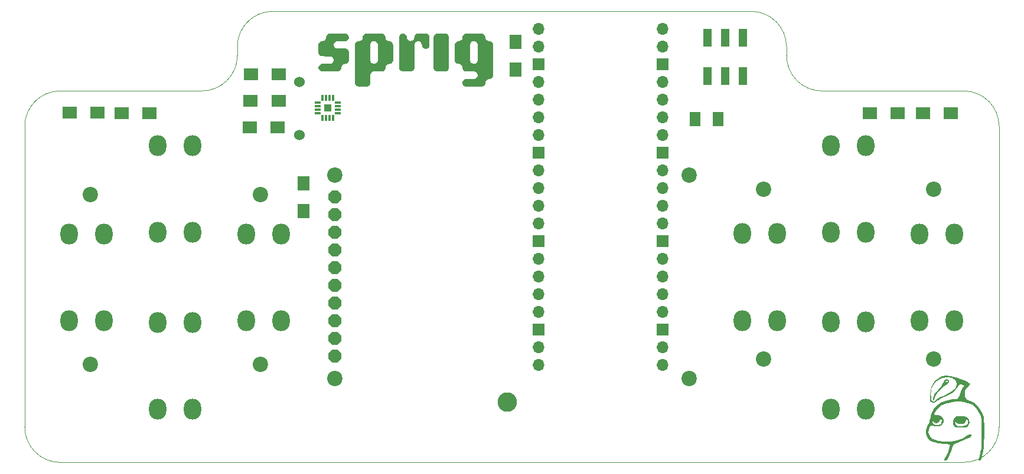
<source format=gbr>
%TF.GenerationSoftware,KiCad,Pcbnew,(6.0.0)*%
%TF.CreationDate,2022-08-16T21:22:32+02:00*%
%TF.ProjectId,pigame_pico,70696761-6d65-45f7-9069-636f2e6b6963,rev?*%
%TF.SameCoordinates,Original*%
%TF.FileFunction,Soldermask,Top*%
%TF.FilePolarity,Negative*%
%FSLAX46Y46*%
G04 Gerber Fmt 4.6, Leading zero omitted, Abs format (unit mm)*
G04 Created by KiCad (PCBNEW (6.0.0)) date 2022-08-16 21:22:32*
%MOMM*%
%LPD*%
G01*
G04 APERTURE LIST*
G04 Aperture macros list*
%AMRoundRect*
0 Rectangle with rounded corners*
0 $1 Rounding radius*
0 $2 $3 $4 $5 $6 $7 $8 $9 X,Y pos of 4 corners*
0 Add a 4 corners polygon primitive as box body*
4,1,4,$2,$3,$4,$5,$6,$7,$8,$9,$2,$3,0*
0 Add four circle primitives for the rounded corners*
1,1,$1+$1,$2,$3*
1,1,$1+$1,$4,$5*
1,1,$1+$1,$6,$7*
1,1,$1+$1,$8,$9*
0 Add four rect primitives between the rounded corners*
20,1,$1+$1,$2,$3,$4,$5,0*
20,1,$1+$1,$4,$5,$6,$7,0*
20,1,$1+$1,$6,$7,$8,$9,0*
20,1,$1+$1,$8,$9,$2,$3,0*%
%AMOutline5P*
0 Free polygon, 5 corners , with rotation*
0 The origin of the aperture is its center*
0 number of corners: always 5*
0 $1 to $10 corner X, Y*
0 $11 Rotation angle, in degrees counterclockwise*
0 create outline with 5 corners*
4,1,5,$1,$2,$3,$4,$5,$6,$7,$8,$9,$10,$1,$2,$11*%
%AMOutline6P*
0 Free polygon, 6 corners , with rotation*
0 The origin of the aperture is its center*
0 number of corners: always 6*
0 $1 to $12 corner X, Y*
0 $13 Rotation angle, in degrees counterclockwise*
0 create outline with 6 corners*
4,1,6,$1,$2,$3,$4,$5,$6,$7,$8,$9,$10,$11,$12,$1,$2,$13*%
%AMOutline7P*
0 Free polygon, 7 corners , with rotation*
0 The origin of the aperture is its center*
0 number of corners: always 7*
0 $1 to $14 corner X, Y*
0 $15 Rotation angle, in degrees counterclockwise*
0 create outline with 7 corners*
4,1,7,$1,$2,$3,$4,$5,$6,$7,$8,$9,$10,$11,$12,$13,$14,$1,$2,$15*%
%AMOutline8P*
0 Free polygon, 8 corners , with rotation*
0 The origin of the aperture is its center*
0 number of corners: always 8*
0 $1 to $16 corner X, Y*
0 $17 Rotation angle, in degrees counterclockwise*
0 create outline with 8 corners*
4,1,8,$1,$2,$3,$4,$5,$6,$7,$8,$9,$10,$11,$12,$13,$14,$15,$16,$1,$2,$17*%
G04 Aperture macros list end*
%TA.AperFunction,Profile*%
%ADD10C,0.100000*%
%TD*%
%ADD11C,1.524000*%
%ADD12C,2.200000*%
%ADD13Outline8P,-0.900000X0.450000X-0.450000X0.900000X0.450000X0.900000X0.900000X0.450000X0.900000X-0.450000X0.450000X-0.900000X-0.450000X-0.900000X-0.900000X-0.450000X180.000000*%
%ADD14O,2.500000X3.000000*%
%ADD15R,1.500000X2.000000*%
%ADD16RoundRect,0.018900X0.411100X0.116100X-0.411100X0.116100X-0.411100X-0.116100X0.411100X-0.116100X0*%
%ADD17RoundRect,0.018900X-0.116100X0.411100X-0.116100X-0.411100X0.116100X-0.411100X0.116100X0.411100X0*%
%ADD18RoundRect,0.018900X-0.411100X-0.116100X0.411100X-0.116100X0.411100X0.116100X-0.411100X0.116100X0*%
%ADD19RoundRect,0.018900X0.116100X-0.411100X0.116100X0.411100X-0.116100X0.411100X-0.116100X-0.411100X0*%
%ADD20R,1.100000X1.100000*%
%ADD21R,2.000000X1.700000*%
%ADD22R,1.700000X2.000000*%
%ADD23R,1.200000X2.500000*%
%ADD24C,2.800000*%
%ADD25O,1.700000X1.700000*%
%ADD26R,1.700000X1.700000*%
G04 APERTURE END LIST*
D10*
X196850002Y-71120002D02*
X217170000Y-71120000D01*
X118110000Y-59690000D02*
X152400000Y-59690000D01*
X186690000Y-59690000D02*
X152400000Y-59690000D01*
X82550000Y-119380000D02*
G75*
G03*
X87630000Y-124460000I5080002J2D01*
G01*
X87630000Y-71120000D02*
X107950002Y-71120002D01*
X152400000Y-124460000D02*
X217170000Y-124460000D01*
X222250000Y-119380000D02*
X222250000Y-76200000D01*
X191770000Y-64770000D02*
X191770002Y-66040002D01*
X217170000Y-124460000D02*
G75*
G03*
X222250000Y-119380000I-2J5080002D01*
G01*
X113030000Y-64770000D02*
X113030002Y-66040002D01*
X107950002Y-71120002D02*
G75*
G03*
X113030002Y-66040002I-2J5080002D01*
G01*
X191770000Y-64770000D02*
G75*
G03*
X186690000Y-59690000I-5080002J-2D01*
G01*
X191770002Y-66040002D02*
G75*
G03*
X196850002Y-71120002I5080002J2D01*
G01*
X222250000Y-76200000D02*
G75*
G03*
X217170000Y-71120000I-5080002J-2D01*
G01*
X82550000Y-76200000D02*
X82550000Y-119380000D01*
X87630000Y-71120000D02*
G75*
G03*
X82550000Y-76200000I2J-5080002D01*
G01*
X118110000Y-59690000D02*
G75*
G03*
X113030000Y-64770000I2J-5080002D01*
G01*
X152400000Y-124460000D02*
X87630000Y-124460000D01*
%TO.C,G\u002A\u002A\u002A*%
G36*
X214546579Y-112567033D02*
G01*
X214694992Y-112538222D01*
X214918099Y-112555661D01*
X215046831Y-112679187D01*
X215047404Y-112680255D01*
X215102388Y-112869024D01*
X215036111Y-113040162D01*
X214832770Y-113219480D01*
X214644701Y-113338051D01*
X214148443Y-113679121D01*
X213711309Y-114075954D01*
X213359571Y-114498034D01*
X213119505Y-114914848D01*
X213026573Y-115217314D01*
X212964191Y-115425543D01*
X212874589Y-115546654D01*
X212861397Y-115552757D01*
X212790177Y-115544108D01*
X212780151Y-115427265D01*
X212803735Y-115275504D01*
X212862226Y-115009714D01*
X212939956Y-114788818D01*
X213059748Y-114574369D01*
X213244422Y-114327917D01*
X213516801Y-114011015D01*
X213628667Y-113885711D01*
X213934351Y-113523291D01*
X214171330Y-113198734D01*
X214316190Y-112945130D01*
X214340784Y-112879296D01*
X214354419Y-112844779D01*
X214596711Y-112844779D01*
X214678324Y-112949700D01*
X214784689Y-112990559D01*
X214808926Y-112981738D01*
X214877855Y-112865342D01*
X214884000Y-112813337D01*
X214820865Y-112710762D01*
X214687407Y-112697829D01*
X214602512Y-112747043D01*
X214596711Y-112844779D01*
X214354419Y-112844779D01*
X214425405Y-112665079D01*
X214546579Y-112567033D01*
G37*
G36*
X215842213Y-118060664D02*
G01*
X215965146Y-117939670D01*
X216108842Y-117865912D01*
X216322300Y-117823721D01*
X216654518Y-117797426D01*
X216667713Y-117796669D01*
X217180924Y-117801656D01*
X217556626Y-117887814D01*
X217809249Y-118061556D01*
X217953224Y-118329300D01*
X217965260Y-118373550D01*
X217998173Y-118786807D01*
X217884377Y-119138191D01*
X217760513Y-119297487D01*
X217653711Y-119379502D01*
X217507149Y-119429898D01*
X217280970Y-119455815D01*
X216935321Y-119464394D01*
X216827484Y-119464667D01*
X216455786Y-119460714D01*
X216210896Y-119442813D01*
X216050361Y-119401904D01*
X215931727Y-119328925D01*
X215853818Y-119256849D01*
X215687441Y-118980870D01*
X215636671Y-118641474D01*
X215639623Y-118626045D01*
X215903314Y-118626045D01*
X215969273Y-118941866D01*
X216171490Y-119157863D01*
X216365666Y-119239278D01*
X216616340Y-119269346D01*
X216930715Y-119257392D01*
X217245026Y-119211510D01*
X217495510Y-119139794D01*
X217593629Y-119083399D01*
X217768283Y-118833262D01*
X217777516Y-118547476D01*
X217752759Y-118466676D01*
X217658817Y-118315584D01*
X217563122Y-118289691D01*
X217510210Y-118395720D01*
X217508666Y-118429828D01*
X217461671Y-118611899D01*
X217376865Y-118768495D01*
X217253636Y-118889510D01*
X217069631Y-118945339D01*
X216833457Y-118956667D01*
X216485129Y-118941185D01*
X216260359Y-118881281D01*
X216115113Y-118756769D01*
X216020898Y-118584162D01*
X215906628Y-118321667D01*
X215903314Y-118626045D01*
X215639623Y-118626045D01*
X215702098Y-118299522D01*
X215842213Y-118060664D01*
G37*
G36*
X212344238Y-118237000D02*
G01*
X212532262Y-117490389D01*
X212845203Y-116857181D01*
X213285041Y-116335243D01*
X213853756Y-115922439D01*
X214553327Y-115616636D01*
X214858032Y-115526961D01*
X215213299Y-115454147D01*
X215581632Y-115408510D01*
X215754021Y-115400667D01*
X216081578Y-115382455D01*
X216304260Y-115306999D01*
X216459654Y-115143065D01*
X216585351Y-114859422D01*
X216651148Y-114655267D01*
X216773472Y-114308751D01*
X216917682Y-113980509D01*
X217038232Y-113764748D01*
X217249300Y-113453721D01*
X217044479Y-113319517D01*
X216806215Y-113218364D01*
X216604218Y-113266231D01*
X216416141Y-113471473D01*
X216351355Y-113578661D01*
X216029111Y-114049074D01*
X215629666Y-114427288D01*
X215119739Y-114740080D01*
X214654116Y-114944234D01*
X214251713Y-115116901D01*
X213854160Y-115315723D01*
X213525290Y-115507768D01*
X213419293Y-115581261D01*
X213126369Y-115785982D01*
X212914083Y-115883915D01*
X212739560Y-115884107D01*
X212559924Y-115795609D01*
X212522985Y-115770431D01*
X212433885Y-115698655D01*
X212378488Y-115610548D01*
X212350921Y-115470193D01*
X212345309Y-115241673D01*
X212355779Y-114889074D01*
X212360291Y-114775598D01*
X212369181Y-114665685D01*
X212473096Y-114665685D01*
X212487617Y-115038625D01*
X212539510Y-115364376D01*
X212626753Y-115607046D01*
X212747320Y-115730739D01*
X212793354Y-115739334D01*
X212916531Y-115688896D01*
X213109207Y-115561044D01*
X213211444Y-115481036D01*
X213422915Y-115334414D01*
X213739461Y-115148050D01*
X214111142Y-114950347D01*
X214352568Y-114832077D01*
X214952202Y-114537053D01*
X215408663Y-114280482D01*
X215739209Y-114046628D01*
X215961095Y-113819754D01*
X216091577Y-113584124D01*
X216147912Y-113324001D01*
X216153683Y-113189585D01*
X216082993Y-112825201D01*
X215869646Y-112549861D01*
X215512999Y-112363148D01*
X215012405Y-112264647D01*
X214694248Y-112248139D01*
X214124907Y-112321041D01*
X213606909Y-112551414D01*
X213150100Y-112932560D01*
X212764326Y-113457779D01*
X212674010Y-113622667D01*
X212564269Y-113921812D01*
X212497972Y-114281449D01*
X212473096Y-114665685D01*
X212369181Y-114665685D01*
X212408296Y-114182074D01*
X212508859Y-113708579D01*
X212677983Y-113309801D01*
X212931666Y-112940429D01*
X213061701Y-112789325D01*
X213532111Y-112374569D01*
X214058412Y-112113454D01*
X214646479Y-112004937D01*
X215302187Y-112047973D01*
X216031413Y-112241518D01*
X216069333Y-112254922D01*
X216535027Y-112429206D01*
X216985536Y-112611920D01*
X217393765Y-112790536D01*
X217732620Y-112952529D01*
X217975004Y-113085370D01*
X218093825Y-113176534D01*
X218101333Y-113194374D01*
X218045837Y-113298532D01*
X217904451Y-113470231D01*
X217803350Y-113576339D01*
X217536212Y-113893105D01*
X217391520Y-114214138D01*
X217340737Y-114609154D01*
X217339333Y-114710006D01*
X217370781Y-115044817D01*
X217484018Y-115287449D01*
X217707381Y-115472872D01*
X218069211Y-115636057D01*
X218098501Y-115646838D01*
X218639594Y-115927509D01*
X219138970Y-116347257D01*
X219565934Y-116876185D01*
X219817704Y-117321326D01*
X220091000Y-117898334D01*
X220119844Y-119623659D01*
X220122094Y-120691902D01*
X220089288Y-121616777D01*
X220019643Y-122420947D01*
X219911377Y-123127076D01*
X219807793Y-123590300D01*
X219718466Y-123903342D01*
X219637605Y-124084875D01*
X219545483Y-124170359D01*
X219473736Y-124190722D01*
X219327860Y-124185017D01*
X219286666Y-124146447D01*
X219307712Y-124039393D01*
X219364513Y-123807040D01*
X219447563Y-123487260D01*
X219516576Y-123230392D01*
X219587976Y-122961143D01*
X219642874Y-122725417D01*
X219683467Y-122495230D01*
X219711949Y-122242595D01*
X219730517Y-121939527D01*
X219741366Y-121558043D01*
X219746693Y-121070156D01*
X219748692Y-120447882D01*
X219748928Y-120269000D01*
X219748942Y-119610597D01*
X219746091Y-119097202D01*
X219738591Y-118704497D01*
X219724657Y-118408159D01*
X219702505Y-118183869D01*
X219670351Y-118007305D01*
X219626411Y-117854148D01*
X219568902Y-117700077D01*
X219558600Y-117674405D01*
X219237355Y-117037800D01*
X218838136Y-116544712D01*
X218344891Y-116181053D01*
X217741570Y-115932733D01*
X217503959Y-115871036D01*
X216731063Y-115755667D01*
X215953093Y-115751048D01*
X215202748Y-115851209D01*
X214512731Y-116050177D01*
X213915740Y-116341982D01*
X213583543Y-116586929D01*
X213377158Y-116801602D01*
X213188539Y-117054169D01*
X213043678Y-117301661D01*
X212968566Y-117501104D01*
X212974234Y-117594290D01*
X213076502Y-117639865D01*
X213293803Y-117682403D01*
X213489735Y-117704542D01*
X213849704Y-117762006D01*
X214077960Y-117879622D01*
X214208770Y-118084009D01*
X214262690Y-118304965D01*
X214260875Y-118665314D01*
X214147315Y-118972136D01*
X213940769Y-119179069D01*
X213900626Y-119199684D01*
X213639982Y-119268450D01*
X213310144Y-119292144D01*
X212988722Y-119270478D01*
X212754724Y-119203919D01*
X212562868Y-119179359D01*
X212385787Y-119290194D01*
X212240676Y-119502500D01*
X212144732Y-119782356D01*
X212115149Y-120095840D01*
X212159375Y-120378349D01*
X212333246Y-120734707D01*
X212624829Y-121016360D01*
X213044440Y-121228288D01*
X213602400Y-121375469D01*
X214309025Y-121462883D01*
X214423468Y-121470830D01*
X215357287Y-121465601D01*
X216202136Y-121322407D01*
X216972164Y-121037598D01*
X217633077Y-120642768D01*
X217915037Y-120477420D01*
X218126220Y-120429078D01*
X218248089Y-120498895D01*
X218270666Y-120603058D01*
X218236596Y-120707302D01*
X218122188Y-120817139D01*
X217909144Y-120942604D01*
X217579168Y-121093733D01*
X217113963Y-121280563D01*
X216857211Y-121378361D01*
X216462374Y-121535791D01*
X216117317Y-121689578D01*
X215858166Y-121822522D01*
X215721047Y-121917425D01*
X215718302Y-121920553D01*
X215618979Y-122097586D01*
X215519659Y-122365991D01*
X215474245Y-122532343D01*
X215382475Y-122834829D01*
X215240246Y-123208194D01*
X215077464Y-123574270D01*
X215068741Y-123592167D01*
X214904047Y-123909676D01*
X214778094Y-124098473D01*
X214667551Y-124187392D01*
X214571965Y-124206000D01*
X214420346Y-124189522D01*
X214376000Y-124161252D01*
X214411360Y-124068283D01*
X214503780Y-123869063D01*
X214624850Y-123623535D01*
X214791383Y-123266641D01*
X214945187Y-122889266D01*
X215073064Y-122529983D01*
X215161816Y-122227368D01*
X215198247Y-122019995D01*
X215192651Y-121963905D01*
X215086376Y-121905141D01*
X214824831Y-121855583D01*
X214421946Y-121817726D01*
X214352158Y-121813329D01*
X213573520Y-121731973D01*
X212946410Y-121590270D01*
X212473546Y-121389005D01*
X212219599Y-121197288D01*
X211942646Y-120807172D01*
X211797329Y-120347379D01*
X211787127Y-119858912D01*
X211915518Y-119382771D01*
X212045299Y-119142779D01*
X212189230Y-118841648D01*
X212231724Y-118695331D01*
X212682666Y-118695331D01*
X212756782Y-118881808D01*
X212947569Y-119018113D01*
X213207692Y-119096199D01*
X213489812Y-119108019D01*
X213746592Y-119045526D01*
X213926351Y-118906746D01*
X213992795Y-118753016D01*
X214029406Y-118550325D01*
X214033598Y-118356159D01*
X214002785Y-118228004D01*
X213957753Y-118208778D01*
X213864271Y-118291610D01*
X213727059Y-118464465D01*
X213679609Y-118532747D01*
X213471932Y-118773003D01*
X213264302Y-118852409D01*
X213029675Y-118777271D01*
X212926242Y-118708348D01*
X212764718Y-118594715D01*
X212697254Y-118580968D01*
X212682806Y-118664913D01*
X212682666Y-118695331D01*
X212231724Y-118695331D01*
X212305441Y-118441506D01*
X212344238Y-118237000D01*
G37*
G36*
X142421449Y-62872767D02*
G01*
X142559358Y-62872926D01*
X142672138Y-62873355D01*
X142762713Y-62874188D01*
X142834007Y-62875558D01*
X142888943Y-62877600D01*
X142930444Y-62880447D01*
X142961435Y-62884232D01*
X142984838Y-62889091D01*
X143003577Y-62895157D01*
X143020576Y-62902563D01*
X143032393Y-62908315D01*
X143144507Y-62980242D01*
X143236159Y-63074466D01*
X143296474Y-63171373D01*
X143347378Y-63274775D01*
X143347378Y-67906280D01*
X143306023Y-67994506D01*
X143243650Y-68094950D01*
X143159036Y-68184112D01*
X143060802Y-68253372D01*
X143032921Y-68267608D01*
X142944695Y-68308963D01*
X142286463Y-68312150D01*
X142120824Y-68312799D01*
X141983204Y-68312941D01*
X141870653Y-68312496D01*
X141780217Y-68311380D01*
X141708943Y-68309512D01*
X141653880Y-68306810D01*
X141612075Y-68303191D01*
X141580576Y-68298573D01*
X141556429Y-68292875D01*
X141552713Y-68291752D01*
X141436068Y-68239982D01*
X141335148Y-68164417D01*
X141253775Y-68069225D01*
X141195774Y-67958571D01*
X141171625Y-67876575D01*
X141169072Y-67849996D01*
X141166801Y-67796040D01*
X141164809Y-67714389D01*
X141163096Y-67604728D01*
X141161660Y-67466741D01*
X141160499Y-67300110D01*
X141159611Y-67104520D01*
X141158995Y-66879655D01*
X141158648Y-66625199D01*
X141158571Y-66340834D01*
X141158760Y-66026246D01*
X141159214Y-65681117D01*
X141159451Y-65544390D01*
X141163598Y-63290914D01*
X141211525Y-63190243D01*
X141280820Y-63077767D01*
X141371383Y-62982836D01*
X141472647Y-62913992D01*
X141550793Y-62872743D01*
X142255488Y-62872743D01*
X142421449Y-62872767D01*
G37*
G36*
X128726922Y-62913650D02*
G01*
X128813578Y-62972381D01*
X128893788Y-63050414D01*
X128959220Y-63138477D01*
X128996831Y-63213866D01*
X129022642Y-63318910D01*
X129028516Y-63434712D01*
X129014883Y-63549571D01*
X128982167Y-63651788D01*
X128980736Y-63654878D01*
X128913733Y-63762463D01*
X128824299Y-63850674D01*
X128716118Y-63916790D01*
X128592879Y-63958089D01*
X128562129Y-63963899D01*
X128523323Y-63967655D01*
X128457481Y-63971078D01*
X128368543Y-63974078D01*
X128260449Y-63976562D01*
X128137137Y-63978440D01*
X128002547Y-63979617D01*
X127871770Y-63980004D01*
X127719836Y-63980113D01*
X127595543Y-63980478D01*
X127495555Y-63981257D01*
X127416539Y-63982606D01*
X127355159Y-63984683D01*
X127308080Y-63987646D01*
X127271968Y-63991652D01*
X127243488Y-63996857D01*
X127219305Y-64003420D01*
X127196084Y-64011498D01*
X127194928Y-64011930D01*
X127100246Y-64061633D01*
X127012548Y-64134049D01*
X126940788Y-64220975D01*
X126911725Y-64271252D01*
X126889952Y-64319767D01*
X126876884Y-64363438D01*
X126870406Y-64413370D01*
X126868404Y-64480665D01*
X126868354Y-64498963D01*
X126869825Y-64573205D01*
X126875597Y-64627829D01*
X126887709Y-64674114D01*
X126908199Y-64723333D01*
X126909365Y-64725828D01*
X126975407Y-64831445D01*
X127064382Y-64920028D01*
X127168074Y-64984537D01*
X127255549Y-65025548D01*
X127937391Y-65033292D01*
X128619234Y-65041036D01*
X128722582Y-65091941D01*
X128833731Y-65163552D01*
X128924861Y-65258350D01*
X128984850Y-65355185D01*
X128993524Y-65373123D01*
X129000713Y-65390819D01*
X129006577Y-65411254D01*
X129011278Y-65437412D01*
X129014975Y-65472273D01*
X129017831Y-65518820D01*
X129020005Y-65580034D01*
X129021658Y-65658898D01*
X129022952Y-65758393D01*
X129024048Y-65881502D01*
X129025105Y-66031206D01*
X129025633Y-66111375D01*
X129026667Y-66274791D01*
X129027353Y-66410293D01*
X129027574Y-66520942D01*
X129027214Y-66609800D01*
X129026155Y-66679928D01*
X129024280Y-66734387D01*
X129021471Y-66776238D01*
X129017613Y-66808543D01*
X129012587Y-66834362D01*
X129006277Y-66856757D01*
X128998565Y-66878789D01*
X128996011Y-66885652D01*
X128957776Y-66963275D01*
X128900302Y-67037336D01*
X128875263Y-67063434D01*
X128797096Y-67129878D01*
X128711356Y-67177714D01*
X128611022Y-67209861D01*
X128489070Y-67229240D01*
X128472643Y-67230847D01*
X128357111Y-67248330D01*
X128262128Y-67279430D01*
X128178909Y-67327808D01*
X128117636Y-67378842D01*
X128044185Y-67463548D01*
X127991765Y-67562420D01*
X127958393Y-67680068D01*
X127944925Y-67780412D01*
X127921677Y-67918770D01*
X127876827Y-68035649D01*
X127809236Y-68132820D01*
X127717767Y-68212056D01*
X127638397Y-68258058D01*
X127535010Y-68308963D01*
X126334365Y-68311977D01*
X126100293Y-68312455D01*
X125895386Y-68312623D01*
X125717833Y-68312456D01*
X125565826Y-68311931D01*
X125437554Y-68311023D01*
X125331208Y-68309709D01*
X125244978Y-68307964D01*
X125177054Y-68305766D01*
X125125626Y-68303089D01*
X125088885Y-68299910D01*
X125065022Y-68296205D01*
X125060644Y-68295136D01*
X124949770Y-68249697D01*
X124852881Y-68180054D01*
X124773018Y-68090967D01*
X124713218Y-67987198D01*
X124676522Y-67873508D01*
X124665966Y-67754659D01*
X124672667Y-67687274D01*
X124709645Y-67556270D01*
X124772214Y-67442042D01*
X124859163Y-67346274D01*
X124969285Y-67270648D01*
X124973331Y-67268499D01*
X125056281Y-67224817D01*
X125737744Y-67216767D01*
X125901028Y-67214797D01*
X126036399Y-67212981D01*
X126146917Y-67211146D01*
X126235642Y-67209118D01*
X126305637Y-67206723D01*
X126359960Y-67203787D01*
X126401673Y-67200137D01*
X126433835Y-67195599D01*
X126459509Y-67189998D01*
X126481754Y-67183161D01*
X126503630Y-67174914D01*
X126508441Y-67172996D01*
X126602499Y-67120941D01*
X126689638Y-67045997D01*
X126761521Y-66956220D01*
X126795066Y-66896009D01*
X126830088Y-66785373D01*
X126839032Y-66666274D01*
X126821953Y-66546879D01*
X126792114Y-66462081D01*
X126726893Y-66355736D01*
X126637075Y-66267146D01*
X126524780Y-66198393D01*
X126522591Y-66197362D01*
X126434695Y-66156158D01*
X125753232Y-66148414D01*
X125589874Y-66146511D01*
X125454493Y-66144744D01*
X125344089Y-66142949D01*
X125255665Y-66140958D01*
X125186223Y-66138607D01*
X125132763Y-66135729D01*
X125092289Y-66132160D01*
X125061801Y-66127733D01*
X125038302Y-66122283D01*
X125018794Y-66115644D01*
X125000277Y-66107650D01*
X124998189Y-66106688D01*
X124910265Y-66052887D01*
X124826137Y-65977789D01*
X124754922Y-65890617D01*
X124713600Y-65818870D01*
X124669085Y-65722500D01*
X124669085Y-64375060D01*
X124717013Y-64274390D01*
X124784722Y-64161078D01*
X124868888Y-64072762D01*
X124971350Y-64008203D01*
X125093947Y-63966162D01*
X125200455Y-63948638D01*
X125340083Y-63925864D01*
X125455161Y-63888009D01*
X125549123Y-63833271D01*
X125625406Y-63759850D01*
X125664693Y-63705167D01*
X125696936Y-63649235D01*
X125720263Y-63594963D01*
X125737203Y-63533700D01*
X125750283Y-63456796D01*
X125759335Y-63381289D01*
X125786469Y-63242938D01*
X125836380Y-63125144D01*
X125909939Y-63026561D01*
X126008018Y-62945846D01*
X126062281Y-62913992D01*
X126140427Y-62872743D01*
X128649451Y-62872743D01*
X128726922Y-62913650D01*
G37*
G36*
X136914408Y-62877933D02*
G01*
X136981258Y-62897069D01*
X137072358Y-62944779D01*
X137159166Y-63014860D01*
X137232743Y-63099055D01*
X137274632Y-63168052D01*
X137300394Y-63230188D01*
X137317521Y-63297701D01*
X137328810Y-63382250D01*
X137330500Y-63400893D01*
X137353996Y-63543349D01*
X137398582Y-63663632D01*
X137464970Y-63762896D01*
X137553873Y-63842297D01*
X137630173Y-63886818D01*
X137747843Y-63930606D01*
X137863654Y-63944920D01*
X137983130Y-63930367D01*
X137996389Y-63927118D01*
X138115226Y-63883394D01*
X138215815Y-63818915D01*
X138293793Y-63736489D01*
X138295049Y-63734736D01*
X138334366Y-63675826D01*
X138361506Y-63623095D01*
X138379766Y-63566846D01*
X138392439Y-63497378D01*
X138401083Y-63422681D01*
X138427283Y-63275989D01*
X138474644Y-63151336D01*
X138543970Y-63047412D01*
X138636062Y-62962911D01*
X138712124Y-62915864D01*
X138793963Y-62872743D01*
X139477108Y-62868269D01*
X139640776Y-62867245D01*
X139776519Y-62866586D01*
X139887385Y-62866403D01*
X139976423Y-62866806D01*
X140046680Y-62867907D01*
X140101207Y-62869816D01*
X140143052Y-62872643D01*
X140175264Y-62876500D01*
X140200891Y-62881496D01*
X140222982Y-62887743D01*
X140244586Y-62895350D01*
X140246877Y-62896205D01*
X140349561Y-62950319D01*
X140441236Y-63029513D01*
X140516100Y-63128333D01*
X140539740Y-63171528D01*
X140590549Y-63274696D01*
X140595069Y-63924509D01*
X140596116Y-64084281D01*
X140596747Y-64216314D01*
X140596846Y-64323843D01*
X140596294Y-64410103D01*
X140594976Y-64478329D01*
X140592772Y-64531757D01*
X140589567Y-64573621D01*
X140585243Y-64607157D01*
X140579682Y-64635600D01*
X140572767Y-64662184D01*
X140567701Y-64679308D01*
X140518835Y-64788822D01*
X140445199Y-64884741D01*
X140351352Y-64963433D01*
X140241854Y-65021263D01*
X140121264Y-65054599D01*
X140091830Y-65058483D01*
X139975515Y-65056277D01*
X139863206Y-65027562D01*
X139758975Y-64975869D01*
X139666898Y-64904729D01*
X139591048Y-64817671D01*
X139535501Y-64718227D01*
X139504329Y-64609926D01*
X139499026Y-64544808D01*
X139487898Y-64435875D01*
X139457801Y-64327591D01*
X139412164Y-64227763D01*
X139354414Y-64144197D01*
X139300958Y-64093677D01*
X139232571Y-64046761D01*
X139172011Y-64015832D01*
X139109180Y-63997786D01*
X139033977Y-63989521D01*
X138956585Y-63987865D01*
X138880574Y-63988623D01*
X138826805Y-63991901D01*
X138786562Y-63999207D01*
X138751130Y-64012048D01*
X138716524Y-64029382D01*
X138605434Y-64105255D01*
X138516843Y-64200775D01*
X138453216Y-64313236D01*
X138449664Y-64321917D01*
X138445437Y-64334023D01*
X138441646Y-64349178D01*
X138438259Y-64369108D01*
X138435242Y-64395543D01*
X138432562Y-64430209D01*
X138430187Y-64474834D01*
X138428083Y-64531147D01*
X138426218Y-64600874D01*
X138424558Y-64685745D01*
X138423070Y-64787486D01*
X138421722Y-64907826D01*
X138420481Y-65048491D01*
X138419313Y-65211211D01*
X138418185Y-65397713D01*
X138417065Y-65609724D01*
X138415920Y-65848973D01*
X138414717Y-66117187D01*
X138414512Y-66163902D01*
X138406768Y-67937256D01*
X138371250Y-68003777D01*
X138319832Y-68082656D01*
X138254411Y-68158118D01*
X138185202Y-68218821D01*
X138165298Y-68232414D01*
X138132412Y-68252290D01*
X138100315Y-68268775D01*
X138065849Y-68282180D01*
X138025854Y-68292814D01*
X137977169Y-68300987D01*
X137916636Y-68307009D01*
X137841094Y-68311189D01*
X137747384Y-68313837D01*
X137632347Y-68315263D01*
X137492822Y-68315776D01*
X137325651Y-68315686D01*
X137315939Y-68315671D01*
X137145587Y-68315123D01*
X137003782Y-68314043D01*
X136888098Y-68312355D01*
X136796110Y-68309984D01*
X136725393Y-68306856D01*
X136673520Y-68302894D01*
X136638067Y-68298025D01*
X136622357Y-68294238D01*
X136506514Y-68243273D01*
X136403933Y-68169047D01*
X136320443Y-68076561D01*
X136271578Y-67993359D01*
X136238476Y-67921768D01*
X136238476Y-63259939D01*
X136281753Y-63171811D01*
X136337795Y-63084555D01*
X136413855Y-63003517D01*
X136500862Y-62937060D01*
X136579840Y-62897069D01*
X136684853Y-62871204D01*
X136800769Y-62864826D01*
X136914408Y-62877933D01*
G37*
G36*
X129948478Y-64278690D02*
G01*
X130000607Y-64191701D01*
X130071578Y-64108943D01*
X130152660Y-64039247D01*
X130230473Y-63993454D01*
X130285323Y-63975611D01*
X130360645Y-63959897D01*
X130445934Y-63948478D01*
X130451186Y-63947972D01*
X130596098Y-63922401D01*
X130719034Y-63875198D01*
X130819673Y-63806678D01*
X130897697Y-63717153D01*
X130952783Y-63606936D01*
X130984614Y-63476342D01*
X130990622Y-63420397D01*
X130999082Y-63346998D01*
X131012529Y-63273626D01*
X131028224Y-63214896D01*
X131030082Y-63209655D01*
X131071577Y-63129674D01*
X131134423Y-63048627D01*
X131210628Y-62975373D01*
X131292203Y-62918775D01*
X131292610Y-62918550D01*
X131375305Y-62872743D01*
X133884329Y-62872743D01*
X133966169Y-62915864D01*
X134076442Y-62990222D01*
X134162970Y-63084305D01*
X134225365Y-63197492D01*
X134263239Y-63329162D01*
X134273305Y-63407073D01*
X134284478Y-63506301D01*
X134301869Y-63584593D01*
X134328565Y-63651831D01*
X134367654Y-63717894D01*
X134372738Y-63725361D01*
X134442312Y-63801879D01*
X134533914Y-63866210D01*
X134639747Y-63914536D01*
X134752013Y-63943037D01*
X134829528Y-63949146D01*
X134942801Y-63963899D01*
X135053339Y-64005749D01*
X135154373Y-64071080D01*
X135239131Y-64156278D01*
X135253699Y-64175614D01*
X135273490Y-64203262D01*
X135290793Y-64228759D01*
X135305767Y-64254277D01*
X135318571Y-64281987D01*
X135329364Y-64314062D01*
X135338302Y-64352672D01*
X135345547Y-64399990D01*
X135351254Y-64458188D01*
X135355584Y-64529438D01*
X135358695Y-64615911D01*
X135360745Y-64719779D01*
X135361893Y-64843214D01*
X135362297Y-64988388D01*
X135362116Y-65157473D01*
X135361509Y-65352640D01*
X135360633Y-65576061D01*
X135360388Y-65637317D01*
X135355671Y-66822134D01*
X135315009Y-66907317D01*
X135248063Y-67019863D01*
X135165487Y-67107548D01*
X135064963Y-67171921D01*
X134944174Y-67214528D01*
X134825185Y-67234650D01*
X134677574Y-67260645D01*
X134554091Y-67305796D01*
X134453957Y-67370847D01*
X134376392Y-67456541D01*
X134320616Y-67563621D01*
X134285849Y-67692829D01*
X134277002Y-67756931D01*
X134250010Y-67905292D01*
X134201856Y-68031344D01*
X134131834Y-68136036D01*
X134039240Y-68220319D01*
X133923367Y-68285142D01*
X133869282Y-68306206D01*
X133841997Y-68310428D01*
X133785961Y-68314561D01*
X133703403Y-68318529D01*
X133596547Y-68322254D01*
X133467620Y-68325658D01*
X133318848Y-68328664D01*
X133152458Y-68331195D01*
X133148659Y-68331244D01*
X132474939Y-68339939D01*
X132377595Y-68392722D01*
X132282229Y-68455290D01*
X132209349Y-68530157D01*
X132150934Y-68625838D01*
X132143517Y-68641244D01*
X132103232Y-68727134D01*
X132095488Y-69408597D01*
X132093529Y-69580646D01*
X132091570Y-69724765D01*
X132089108Y-69843995D01*
X132085643Y-69941379D01*
X132080671Y-70019957D01*
X132073693Y-70082771D01*
X132064205Y-70132863D01*
X132051707Y-70173274D01*
X132035696Y-70207046D01*
X132015671Y-70237220D01*
X131991131Y-70266839D01*
X131961574Y-70298942D01*
X131945884Y-70315672D01*
X131851556Y-70398335D01*
X131746283Y-70453998D01*
X131639002Y-70483614D01*
X131600847Y-70487634D01*
X131536252Y-70491032D01*
X131449748Y-70493805D01*
X131345863Y-70495952D01*
X131229129Y-70497470D01*
X131104074Y-70498357D01*
X130975228Y-70498611D01*
X130847123Y-70498229D01*
X130724286Y-70497210D01*
X130611248Y-70495551D01*
X130512540Y-70493249D01*
X130432690Y-70490304D01*
X130376228Y-70486712D01*
X130355441Y-70484241D01*
X130236206Y-70448979D01*
X130128024Y-70386744D01*
X130034988Y-70300744D01*
X129961191Y-70194190D01*
X129945167Y-70162468D01*
X129903963Y-70074573D01*
X129903963Y-66806646D01*
X132103232Y-66806646D01*
X132143517Y-66892535D01*
X132211656Y-67004458D01*
X132298359Y-67093596D01*
X132399925Y-67158566D01*
X132512654Y-67197983D01*
X132632845Y-67210463D01*
X132756797Y-67194621D01*
X132858019Y-67159807D01*
X132946112Y-67106665D01*
X133028352Y-67031965D01*
X133095506Y-66944936D01*
X133122650Y-66895193D01*
X133156402Y-66822134D01*
X133156402Y-64359573D01*
X133113031Y-64271252D01*
X133051740Y-64177392D01*
X132968805Y-64094746D01*
X132873036Y-64031329D01*
X132826538Y-64010610D01*
X132737213Y-63988201D01*
X132635842Y-63980403D01*
X132533819Y-63986886D01*
X132442538Y-64007319D01*
X132404074Y-64022867D01*
X132295783Y-64090992D01*
X132210751Y-64178477D01*
X132154218Y-64270842D01*
X132103232Y-64374409D01*
X132103232Y-66806646D01*
X129903963Y-66806646D01*
X129903963Y-64375060D01*
X129948478Y-64278690D01*
G37*
G36*
X144270996Y-64272531D02*
G01*
X144338288Y-64160832D01*
X144425777Y-64071763D01*
X144517018Y-64012181D01*
X144572380Y-63985655D01*
X144626295Y-63967913D01*
X144690239Y-63955918D01*
X144758690Y-63948193D01*
X144889311Y-63928045D01*
X144997022Y-63893256D01*
X145087350Y-63841458D01*
X145160304Y-63776266D01*
X145217963Y-63706105D01*
X145258809Y-63633652D01*
X145286256Y-63550416D01*
X145303723Y-63447902D01*
X145307759Y-63409667D01*
X145332819Y-63266298D01*
X145379516Y-63144531D01*
X145448758Y-63042951D01*
X145541452Y-62960143D01*
X145629315Y-62908315D01*
X145701524Y-62872743D01*
X146927624Y-62868599D01*
X147151336Y-62867858D01*
X147346225Y-62867281D01*
X147514445Y-62866913D01*
X147658150Y-62866800D01*
X147779492Y-62866987D01*
X147880625Y-62867522D01*
X147963703Y-62868449D01*
X148030878Y-62869815D01*
X148084304Y-62871666D01*
X148126134Y-62874046D01*
X148158521Y-62877003D01*
X148183619Y-62880581D01*
X148203581Y-62884827D01*
X148220560Y-62889787D01*
X148236709Y-62895507D01*
X148239467Y-62896535D01*
X148339130Y-62949035D01*
X148429385Y-63025788D01*
X148503113Y-63120155D01*
X148528872Y-63166336D01*
X148555441Y-63227170D01*
X148572985Y-63287434D01*
X148584538Y-63359350D01*
X148589684Y-63411124D01*
X148604082Y-63521787D01*
X148628278Y-63610775D01*
X148665743Y-63686731D01*
X148719948Y-63758302D01*
X148736282Y-63776266D01*
X148816609Y-63846688D01*
X148909678Y-63897529D01*
X149020863Y-63931102D01*
X149135587Y-63947975D01*
X149249662Y-63964339D01*
X149338009Y-63989122D01*
X149357616Y-63997440D01*
X149433564Y-64044277D01*
X149510244Y-64110883D01*
X149578140Y-64187794D01*
X149627737Y-64265546D01*
X149628281Y-64266646D01*
X149666402Y-64344085D01*
X149670473Y-66654528D01*
X149674543Y-68964971D01*
X149640954Y-69054747D01*
X149594333Y-69143925D01*
X149525828Y-69229741D01*
X149443961Y-69302916D01*
X149372232Y-69347276D01*
X149290399Y-69377249D01*
X149185970Y-69397226D01*
X149151105Y-69401300D01*
X149024478Y-69420600D01*
X148921181Y-69451101D01*
X148834816Y-69495292D01*
X148762211Y-69552614D01*
X148690399Y-69633929D01*
X148639306Y-69725868D01*
X148606314Y-69834465D01*
X148590102Y-69949483D01*
X148575646Y-70059569D01*
X148551035Y-70148337D01*
X148512602Y-70224759D01*
X148456679Y-70297805D01*
X148440396Y-70315672D01*
X148346068Y-70398335D01*
X148240795Y-70453998D01*
X148133515Y-70483614D01*
X148101727Y-70486564D01*
X148042081Y-70489196D01*
X147957692Y-70491511D01*
X147851675Y-70493508D01*
X147727147Y-70495188D01*
X147587223Y-70496553D01*
X147435018Y-70497601D01*
X147273648Y-70498335D01*
X147106229Y-70498753D01*
X146935876Y-70498857D01*
X146765705Y-70498647D01*
X146598830Y-70498123D01*
X146438369Y-70497287D01*
X146287436Y-70496138D01*
X146149146Y-70494677D01*
X146026616Y-70492904D01*
X145922962Y-70490820D01*
X145841298Y-70488425D01*
X145784740Y-70485720D01*
X145759236Y-70483263D01*
X145639532Y-70447939D01*
X145531127Y-70383886D01*
X145456794Y-70316318D01*
X145392346Y-70238618D01*
X145349907Y-70163058D01*
X145325739Y-70079949D01*
X145316100Y-69979604D01*
X145315519Y-69950397D01*
X145315968Y-69879777D01*
X145320296Y-69828660D01*
X145330825Y-69785611D01*
X145349879Y-69739197D01*
X145364664Y-69708437D01*
X145437101Y-69595439D01*
X145532321Y-69502727D01*
X145644604Y-69434313D01*
X145732500Y-69393109D01*
X146413963Y-69385365D01*
X147095427Y-69377621D01*
X147182801Y-69334713D01*
X147286046Y-69267949D01*
X147369993Y-69181023D01*
X147432341Y-69078793D01*
X147470790Y-68966115D01*
X147483038Y-68847847D01*
X147467853Y-68732938D01*
X147421525Y-68608234D01*
X147351406Y-68503336D01*
X147257271Y-68417977D01*
X147154737Y-68358972D01*
X147135949Y-68350695D01*
X147116717Y-68343815D01*
X147094040Y-68338164D01*
X147064914Y-68333573D01*
X147026339Y-68329875D01*
X146975313Y-68326903D01*
X146908832Y-68324487D01*
X146823896Y-68322462D01*
X146717502Y-68320659D01*
X146586648Y-68318910D01*
X146428332Y-68317047D01*
X146398476Y-68316707D01*
X145717012Y-68308963D01*
X145631829Y-68268301D01*
X145520047Y-68201842D01*
X145433069Y-68119955D01*
X145369390Y-68020322D01*
X145327505Y-67900624D01*
X145306650Y-67767642D01*
X145289442Y-67646792D01*
X145258794Y-67548258D01*
X145211649Y-67465173D01*
X145144950Y-67390669D01*
X145134690Y-67381261D01*
X145037358Y-67311932D01*
X144923507Y-67265262D01*
X144789755Y-67239931D01*
X144766952Y-67237824D01*
X144695103Y-67228737D01*
X144622514Y-67214291D01*
X144567094Y-67198330D01*
X144482466Y-67154200D01*
X144399394Y-67087893D01*
X144326480Y-67007393D01*
X144275946Y-66928021D01*
X144230183Y-66837621D01*
X144230183Y-65603808D01*
X146406158Y-65603808D01*
X146406281Y-65772952D01*
X146406717Y-65938690D01*
X146407469Y-66097900D01*
X146408536Y-66247455D01*
X146409921Y-66384232D01*
X146411624Y-66505105D01*
X146413647Y-66606949D01*
X146415990Y-66686641D01*
X146418654Y-66741054D01*
X146421089Y-66764666D01*
X146459169Y-66888492D01*
X146521868Y-66996908D01*
X146606099Y-67086713D01*
X146708775Y-67154706D01*
X146826810Y-67197687D01*
X146841918Y-67201024D01*
X146925622Y-67208863D01*
X147020716Y-67203260D01*
X147111329Y-67185478D01*
X147136192Y-67177631D01*
X147243562Y-67123753D01*
X147337255Y-67044404D01*
X147413349Y-66943515D01*
X147456080Y-66857151D01*
X147461076Y-66842533D01*
X147465430Y-66823895D01*
X147469197Y-66799072D01*
X147472431Y-66765898D01*
X147475187Y-66722210D01*
X147477520Y-66665840D01*
X147479484Y-66594625D01*
X147481134Y-66506399D01*
X147482525Y-66398997D01*
X147483710Y-66270254D01*
X147484746Y-66118004D01*
X147485686Y-65940082D01*
X147486585Y-65734324D01*
X147486991Y-65632143D01*
X147487863Y-65403651D01*
X147488487Y-65203939D01*
X147488714Y-65030813D01*
X147488393Y-64882077D01*
X147487376Y-64755537D01*
X147485512Y-64648997D01*
X147482651Y-64560263D01*
X147478644Y-64487140D01*
X147473340Y-64427432D01*
X147466591Y-64378945D01*
X147458245Y-64339483D01*
X147448154Y-64306852D01*
X147436167Y-64278857D01*
X147422135Y-64253303D01*
X147405908Y-64227994D01*
X147389511Y-64203916D01*
X147343395Y-64143538D01*
X147293834Y-64096135D01*
X147230900Y-64053210D01*
X147180135Y-64024761D01*
X147144065Y-64007613D01*
X147107947Y-63996702D01*
X147063321Y-63990683D01*
X147001731Y-63988210D01*
X146948293Y-63987865D01*
X146872081Y-63988643D01*
X146818058Y-63991978D01*
X146777455Y-63999373D01*
X146741503Y-64012329D01*
X146707525Y-64029114D01*
X146598390Y-64103049D01*
X146512885Y-64196427D01*
X146452379Y-64307406D01*
X146421938Y-64412563D01*
X146418985Y-64443892D01*
X146416335Y-64503063D01*
X146413988Y-64586953D01*
X146411946Y-64692436D01*
X146410210Y-64816387D01*
X146408781Y-64955683D01*
X146407660Y-65107197D01*
X146406849Y-65267806D01*
X146406348Y-65434385D01*
X146406158Y-65603808D01*
X144230183Y-65603808D01*
X144230183Y-64359573D01*
X144270996Y-64272531D01*
G37*
%TD*%
D11*
%TO.C,LS1*%
X121920000Y-77460000D03*
X121920000Y-69860000D03*
%TD*%
D12*
%TO.C,U1*%
X127000000Y-83185000D03*
X177800000Y-112395000D03*
X127000000Y-112395000D03*
X177800000Y-83185000D03*
D13*
X127000000Y-109220000D03*
X127000000Y-106680000D03*
X127000000Y-104140000D03*
X127000000Y-101600000D03*
X127000000Y-99060000D03*
X127000000Y-96520000D03*
X127000000Y-93980000D03*
X127000000Y-91440000D03*
X127000000Y-88900000D03*
X127000000Y-86360000D03*
%TD*%
D14*
%TO.C,SW4*%
X114300000Y-104140000D03*
X114300000Y-91640000D03*
X119300000Y-91640000D03*
X119300000Y-104140000D03*
%TD*%
D15*
%TO.C,D3*%
X178690000Y-75184000D03*
X181990000Y-75184000D03*
%TD*%
D16*
%TO.C,U2*%
X127419000Y-74321000D03*
X127419000Y-73821000D03*
X127419000Y-73321000D03*
X127419000Y-72821000D03*
D17*
X126734000Y-72136000D03*
X126234000Y-72136000D03*
X125734000Y-72136000D03*
X125234000Y-72136000D03*
D18*
X124549000Y-72821000D03*
X124549000Y-73321000D03*
X124549000Y-73821000D03*
X124549000Y-74321000D03*
D19*
X125234000Y-75006000D03*
X125734000Y-75006000D03*
X126234000Y-75006000D03*
X126734000Y-75006000D03*
D20*
X125984000Y-73571000D03*
%TD*%
D14*
%TO.C,SW8*%
X210820000Y-91640000D03*
X210820000Y-104140000D03*
X215820000Y-91640000D03*
X215820000Y-104140000D03*
%TD*%
%TO.C,SW3*%
X101600000Y-116840000D03*
X101600000Y-104340000D03*
X106600000Y-116840000D03*
X106600000Y-104340000D03*
%TD*%
D12*
%TO.C,*%
X212852000Y-85217000D03*
%TD*%
D21*
%TO.C,C2*%
X114935000Y-72542400D03*
X118935000Y-72542400D03*
%TD*%
D22*
%TO.C,C1*%
X122555000Y-88360000D03*
X122555000Y-84360000D03*
%TD*%
D12*
%TO.C,*%
X91948000Y-110363000D03*
%TD*%
%TO.C,*%
X116332000Y-85979000D03*
%TD*%
D21*
%TO.C,R3*%
X203740000Y-74295000D03*
X207740000Y-74295000D03*
%TD*%
D12*
%TO.C,*%
X188468000Y-109601000D03*
%TD*%
%TO.C,*%
X91948000Y-85979000D03*
%TD*%
D14*
%TO.C,SW5*%
X198120000Y-91440000D03*
X198120000Y-78940000D03*
X203120000Y-78940000D03*
X203120000Y-91440000D03*
%TD*%
D21*
%TO.C,R1*%
X114967000Y-68707000D03*
X118967000Y-68707000D03*
%TD*%
D14*
%TO.C,SW7*%
X198120000Y-116790000D03*
X198120000Y-104290000D03*
X203120000Y-104290000D03*
X203120000Y-116790000D03*
%TD*%
%TO.C,SW1*%
X101600000Y-78940000D03*
X101600000Y-91440000D03*
X106600000Y-78940000D03*
X106600000Y-91440000D03*
%TD*%
D12*
%TO.C,*%
X116332000Y-110363000D03*
%TD*%
D14*
%TO.C,SW2*%
X88900000Y-104140000D03*
X88900000Y-91640000D03*
X93900000Y-104140000D03*
X93900000Y-91640000D03*
%TD*%
D12*
%TO.C,*%
X212852000Y-109601000D03*
%TD*%
D21*
%TO.C,D2*%
X89014800Y-74269600D03*
X93014800Y-74269600D03*
%TD*%
%TO.C,C3*%
X114840000Y-76327000D03*
X118840000Y-76327000D03*
%TD*%
D22*
%TO.C,C4*%
X152908000Y-64072000D03*
X152908000Y-68072000D03*
%TD*%
D23*
%TO.C,SW9*%
X180405400Y-63500000D03*
X180405400Y-68961000D03*
X182945400Y-63500000D03*
X182945400Y-68961000D03*
X185485400Y-63500000D03*
X185485400Y-68961000D03*
%TD*%
D21*
%TO.C,D1*%
X215360000Y-74295000D03*
X211360000Y-74295000D03*
%TD*%
D14*
%TO.C,SW6*%
X185420000Y-104090000D03*
X185420000Y-91590000D03*
X190420000Y-104090000D03*
X190420000Y-91590000D03*
%TD*%
D21*
%TO.C,R4*%
X100425000Y-74295000D03*
X96425000Y-74295000D03*
%TD*%
D12*
%TO.C,*%
X188468000Y-85217000D03*
%TD*%
D24*
%TO.C,J1*%
X151714400Y-115798600D03*
%TD*%
D25*
%TO.C,U5*%
X156210000Y-62230000D03*
X156210000Y-64770000D03*
D26*
X156210000Y-67310000D03*
D25*
X156210000Y-69850000D03*
X156210000Y-72390000D03*
X156210000Y-74930000D03*
X156210000Y-77470000D03*
D26*
X156210000Y-80010000D03*
D25*
X156210000Y-82550000D03*
X156210000Y-85090000D03*
X156210000Y-87630000D03*
X156210000Y-90170000D03*
D26*
X156210000Y-92710000D03*
D25*
X156210000Y-95250000D03*
X156210000Y-97790000D03*
X156210000Y-100330000D03*
X156210000Y-102870000D03*
D26*
X156210000Y-105410000D03*
D25*
X156210000Y-107950000D03*
X156210000Y-110490000D03*
X173990000Y-110490000D03*
X173990000Y-107950000D03*
D26*
X173990000Y-105410000D03*
D25*
X173990000Y-102870000D03*
X173990000Y-100330000D03*
X173990000Y-97790000D03*
X173990000Y-95250000D03*
D26*
X173990000Y-92710000D03*
D25*
X173990000Y-90170000D03*
X173990000Y-87630000D03*
X173990000Y-85090000D03*
X173990000Y-82550000D03*
D26*
X173990000Y-80010000D03*
D25*
X173990000Y-77470000D03*
X173990000Y-74930000D03*
X173990000Y-72390000D03*
X173990000Y-69850000D03*
D26*
X173990000Y-67310000D03*
D25*
X173990000Y-64770000D03*
X173990000Y-62230000D03*
%TD*%
M02*

</source>
